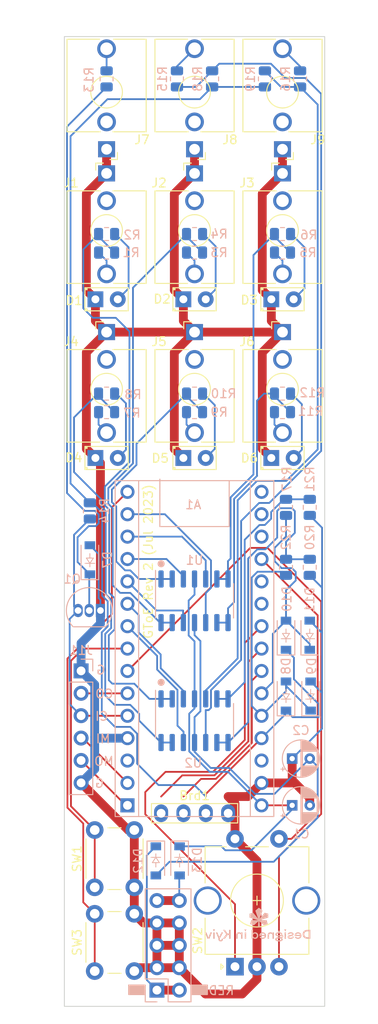
<source format=kicad_pcb>
(kicad_pcb (version 20211014) (generator pcbnew)

  (general
    (thickness 1.6)
  )

  (paper "A4")
  (layers
    (0 "F.Cu" signal)
    (31 "B.Cu" signal)
    (32 "B.Adhes" user "B.Adhesive")
    (33 "F.Adhes" user "F.Adhesive")
    (34 "B.Paste" user)
    (35 "F.Paste" user)
    (36 "B.SilkS" user "B.Silkscreen")
    (37 "F.SilkS" user "F.Silkscreen")
    (38 "B.Mask" user)
    (39 "F.Mask" user)
    (40 "Dwgs.User" user "User.Drawings")
    (41 "Cmts.User" user "User.Comments")
    (42 "Eco1.User" user "User.Eco1")
    (43 "Eco2.User" user "User.Eco2")
    (44 "Edge.Cuts" user)
    (45 "Margin" user)
    (46 "B.CrtYd" user "B.Courtyard")
    (47 "F.CrtYd" user "F.Courtyard")
    (48 "B.Fab" user)
    (49 "F.Fab" user)
    (50 "User.1" user)
    (51 "User.2" user)
    (52 "User.3" user)
    (53 "User.4" user)
    (54 "User.5" user)
    (55 "User.6" user)
    (56 "User.7" user)
    (57 "User.8" user)
    (58 "User.9" user)
  )

  (setup
    (stackup
      (layer "F.SilkS" (type "Top Silk Screen"))
      (layer "F.Paste" (type "Top Solder Paste"))
      (layer "F.Mask" (type "Top Solder Mask") (thickness 0.01))
      (layer "F.Cu" (type "copper") (thickness 0.035))
      (layer "dielectric 1" (type "core") (thickness 1.51) (material "FR4") (epsilon_r 4.5) (loss_tangent 0.02))
      (layer "B.Cu" (type "copper") (thickness 0.035))
      (layer "B.Mask" (type "Bottom Solder Mask") (thickness 0.01))
      (layer "B.Paste" (type "Bottom Solder Paste"))
      (layer "B.SilkS" (type "Bottom Silk Screen"))
      (copper_finish "None")
      (dielectric_constraints no)
    )
    (pad_to_mask_clearance 0)
    (aux_axis_origin 100 40)
    (pcbplotparams
      (layerselection 0x00010f0_ffffffff)
      (disableapertmacros false)
      (usegerberextensions false)
      (usegerberattributes true)
      (usegerberadvancedattributes true)
      (creategerberjobfile true)
      (svguseinch false)
      (svgprecision 6)
      (excludeedgelayer true)
      (plotframeref false)
      (viasonmask false)
      (mode 1)
      (useauxorigin false)
      (hpglpennumber 1)
      (hpglpenspeed 20)
      (hpglpendiameter 15.000000)
      (dxfpolygonmode true)
      (dxfimperialunits true)
      (dxfusepcbnewfont true)
      (psnegative false)
      (psa4output false)
      (plotreference true)
      (plotvalue true)
      (plotinvisibletext false)
      (sketchpadsonfab false)
      (subtractmaskfromsilk false)
      (outputformat 1)
      (mirror false)
      (drillshape 0)
      (scaleselection 1)
      (outputdirectory "Gerbers/")
    )
  )

  (net 0 "")
  (net 1 "Serial Out")
  (net 2 "Serial In")
  (net 3 "unconnected-(A1-Pad3)")
  (net 4 "GND")
  (net 5 "DIGITAL INPUT")
  (net 6 "ENC_D2")
  (net 7 "ENC_D1")
  (net 8 "Channel 1")
  (net 9 "Channel 3")
  (net 10 "Channel 4")
  (net 11 "Channel 6")
  (net 12 "START STOP BTN")
  (net 13 "SHIFT BTN")
  (net 14 "24ppqn OUT")
  (net 15 "unconnected-(A1-Pad17)")
  (net 16 "unconnected-(A1-Pad18)")
  (net 17 "unconnected-(A1-Pad20)")
  (net 18 "unconnected-(A1-Pad21)")
  (net 19 "ENC_BTN")
  (net 20 "I2C SDA")
  (net 21 "I2C SCL")
  (net 22 "+5V")
  (net 23 "unconnected-(A1-Pad28)")
  (net 24 "+12V")
  (net 25 "Net-(D1-Pad2)")
  (net 26 "Net-(D2-Pad2)")
  (net 27 "Net-(D3-Pad2)")
  (net 28 "Net-(D4-Pad2)")
  (net 29 "Net-(D5-Pad2)")
  (net 30 "Net-(D6-Pad2)")
  (net 31 "Net-(D7-Pad1)")
  (net 32 "Net-(J1-PadT)")
  (net 33 "unconnected-(J1-PadTN)")
  (net 34 "Net-(J2-PadT)")
  (net 35 "unconnected-(J2-PadTN)")
  (net 36 "Net-(J3-PadT)")
  (net 37 "unconnected-(J3-PadTN)")
  (net 38 "Net-(J4-PadT)")
  (net 39 "unconnected-(J4-PadTN)")
  (net 40 "Net-(J5-PadT)")
  (net 41 "unconnected-(J5-PadTN)")
  (net 42 "Net-(J6-PadT)")
  (net 43 "unconnected-(J6-PadTN)")
  (net 44 "Net-(J7-PadT)")
  (net 45 "unconnected-(J7-PadTN)")
  (net 46 "Net-(J8-PadT)")
  (net 47 "unconnected-(J8-PadTN)")
  (net 48 "Net-(J9-PadT)")
  (net 49 "unconnected-(J9-PadTN)")
  (net 50 "CV2 INPUT")
  (net 51 "-12V")
  (net 52 "CV1 INPUT")
  (net 53 "unconnected-(A1-Pad16)")
  (net 54 "Net-(D12-Pad1)")
  (net 55 "Net-(D13-Pad2)")
  (net 56 "Net-(R1-Pad1)")
  (net 57 "Net-(R3-Pad1)")
  (net 58 "Net-(R5-Pad1)")
  (net 59 "Net-(R7-Pad1)")
  (net 60 "Net-(R10-Pad2)")
  (net 61 "Net-(R11-Pad1)")
  (net 62 "Net-(R17-Pad2)")
  (net 63 "Net-(R15-Pad2)")
  (net 64 "Net-(R16-Pad2)")
  (net 65 "Net-(R20-Pad1)")
  (net 66 "Channel 2")
  (net 67 "Channel 5")

  (footprint "gtoe:thonkiconn" (layer "F.Cu") (at 124.8 46.3 180))

  (footprint "gtoe:button" (layer "F.Cu") (at 105.7 142.75 90))

  (footprint "gtoe:FlatTopLed" (layer "F.Cu") (at 114.8 87.8))

  (footprint "gtoe:thonkiconn" (layer "F.Cu") (at 114.8 62))

  (footprint "gtoe:I2C SSD1306" (layer "F.Cu") (at 114.8 115.6 180))

  (footprint "gtoe:thonkiconn" (layer "F.Cu") (at 114.8 80))

  (footprint "gtoe:FlatTopLed" (layer "F.Cu") (at 104.8 87.8))

  (footprint "gtoe:FlatTopLed" (layer "F.Cu") (at 124.8 69.8))

  (footprint "gtoe:thonkiconn" (layer "F.Cu") (at 124.8 62))

  (footprint "gtoe:FlatTopLed" (layer "F.Cu") (at 114.8 69.8))

  (footprint "gtoe:SwitchEncoder" (layer "F.Cu") (at 121.9 138 90))

  (footprint "gtoe:thonkiconn" (layer "F.Cu") (at 114.8 46.3 180))

  (footprint "gtoe:thonkiconn" (layer "F.Cu") (at 124.8 80))

  (footprint "gtoe:thonkiconn" (layer "F.Cu") (at 104.8 62))

  (footprint "gtoe:FlatTopLed" (layer "F.Cu") (at 124.8 87.8))

  (footprint "gtoe:FlatTopLed" (layer "F.Cu") (at 104.8 69.8))

  (footprint "gtoe:thonkiconn" (layer "F.Cu") (at 104.8 80))

  (footprint "gtoe:thonkiconn" (layer "F.Cu") (at 104.8 46.3 180))

  (footprint "gtoe:button" (layer "F.Cu") (at 105.7 133.25 90))

  (footprint "Diode_SMD:D_SOD-123" (layer "B.Cu") (at 113.1 133.5 -90))

  (footprint "Resistor_SMD:R_0805_2012Metric" (layer "B.Cu") (at 122.8 44.8 -90))

  (footprint "Capacitor_THT:CP_Radial_D4.0mm_P2.00mm" (layer "B.Cu") (at 125.9 127.2))

  (footprint "Diode_SMD:D_SOD-123" (layer "B.Cu") (at 128 114.8 90))

  (footprint "Diode_SMD:D_SOD-123" (layer "B.Cu") (at 127.9 107.9 90))

  (footprint "Resistor_SMD:R_0805_2012Metric" (layer "B.Cu") (at 114.8 82.6 180))

  (footprint "Diode_SMD:D_SOD-123" (layer "B.Cu") (at 110.4 133.5 -90))

  (footprint "Resistor_SMD:R_0805_2012Metric" (layer "B.Cu") (at 114.8 64.5 180))

  (footprint "Package_SO:SO-14_3.9x8.65mm_P1.27mm" (layer "B.Cu") (at 114.8 117.6 -90))

  (footprint "gtoe:Arduino_Nano (adjusted courtyard)" (layer "B.Cu") (at 114.8 112))

  (footprint "Resistor_SMD:R_0805_2012Metric" (layer "B.Cu") (at 104.8 44.8 -90))

  (footprint "Resistor_SMD:R_0805_2012Metric" (layer "B.Cu") (at 104.8 82.6 180))

  (footprint "Resistor_SMD:R_0805_2012Metric" (layer "B.Cu") (at 124.8 80.5 180))

  (footprint "Resistor_SMD:R_0805_2012Metric" (layer "B.Cu") (at 114.8 80.5 180))

  (footprint "Resistor_SMD:R_0805_2012Metric" (layer "B.Cu") (at 102.9 93.8 90))

  (footprint "Resistor_SMD:R_0805_2012Metric" (layer "B.Cu") (at 125.2 100.2 90))

  (footprint "Resistor_SMD:R_0805_2012Metric" (layer "B.Cu") (at 116.8 44.8 -90))

  (footprint "Connector_PinHeader_2.54mm:PinHeader_1x06_P2.54mm_Vertical" (layer "B.Cu") (at 101.9 111.95 180))

  (footprint "Resistor_SMD:R_0805_2012Metric" (layer "B.Cu") (at 104.8 62.4 180))

  (footprint "Resistor_SMD:R_0805_2012Metric" (layer "B.Cu") (at 124.8 64.5 180))

  (footprint "Resistor_SMD:R_0805_2012Metric" (layer "B.Cu") (at 124.8 82.6 180))

  (footprint "Resistor_SMD:R_0805_2012Metric" (layer "B.Cu") (at 127.9 100.2 -90))

  (footprint "Capacitor_THT:CP_Radial_D4.0mm_P2.00mm" (layer "B.Cu")
    (tedit 5AE50EF0) (tstamp 92d2b063-112e-4f9c-9bb4-b431b473765a)
    (at 125.9 121.9)
    (descr "CP, Radial series, Radial, pin pitch=2.00mm, , diameter=4mm, Electrolytic Capacitor")
    (tags "CP Radial series Radial pin pitch 2.00mm  diameter 4mm Electrolytic Capacitor")
    (property "Sheetfile" "gtoe.kicad_sch")
    (property "Sheetname" "")
    (path "/87c70d75-b506-468f-8e8e-9bbc54fba500")
    (attr through_hole)
    (fp_text reference "C2" (at 1 -3.2) (layer "B.SilkS")
      (effects (font (size 1 1) (thickness 0.15)) (justify mirror))
      (tstamp dc54d08b-e603-4f3e-b50b-783645b2664c)
    )
    (fp_text value "10uF" (at 1 -3.25) (layer "B.Fab")
      (effects (font (size 1 1) (thickness 0.15)) (justify mirror))
      (tstamp e1ac3c69-be49-4a9c-9389-7c357cf25214)
    )
    (fp_text user "${REFERENCE}" (at 1 0) (layer "B.Fab")
      (effects (font (size 0.8 0.8) (thickness 0.12)) (justify mirror))
      (tstamp db2c95dc-a7ee-4f40-8dfd-74d9caf2e1af)
    )
    (fp_line (start 1.841 1.907) (end 1.841 0.84) (layer "B.SilkS") (width 0.12) (tstamp 001241f2-19e4-4175-a4fb-6c9fbc166f7e))
    (fp_line (start 1.721 1.954) (end 1.721 0.84) (layer "B.SilkS") (width 0.12) (tstamp 0965e432-ff66-41c9-b521-40e33cfa3e7c))
    (fp_line (start 2.521 -0.84) (end 2.521 -1.438) (layer "B.SilkS") (width 0.12) (tstamp 0a3b4109-42d6-4af2-bc6d-fca35363395f))
    (fp_line (start 1.2 2.071) (end 1.2 0.84) (layer "B.SilkS") (width 0.12) (tstamp 0af6b790-08b6-490f-b1d8-c7c5381217f4))
    (fp_line (start 1.841 -0.84) (end 1.841 -1.907) (layer "B.SilkS") (width 0.12) (tstamp 0e1204b9-6991-4231-8620-de0b9c29d9cd))
    (fp_line (start 2.161 -0.84) (end 2.161 -1.735) (layer "B.SilkS") (width 0.12) (tstamp 0fdfe7d9-2fe1-42e4-a5b9-034ba5ff7d47))
    (fp_line (start 1.4 2.042) (end 1.4 0.84) (layer "B.SilkS") (width 0.12) (tstamp 11bfd39d-2884-4c8c-84d6-684ed73f9168))
    (fp_line (start 1.68 -0.84) (end 1.68 -1.968) (layer "B.SilkS") (width 0.12) (tstamp 13397254-d61a-4147-87fb-c6828248d5ba))
    (fp_line (start 1.6 1.994) (end 1.6 0.84) (layer "B.SilkS") (width 0.12) (tstamp 16b27dac-9cc6-4d22-a269-c9760c193f15))
    (fp_line (start 2.241 1.68) (end 2.241 0.84) (layer "B.SilkS") (width 0.12) (tstamp 17cd7caa-5458-43ab-8335-846c939e1ba5))
    (fp_line (start 1.12 2.077) (end 1.12 -2.077) (layer "B.SilkS") (width 0.12) (tstamp 18dfd2fb-092c-4412-96c9-be93ae0aef15))
    (fp_line (start 1.04 2.08) (end 1.04 -2.08) (layer "B.SilkS") (width 0.12) (tstamp 18ee8269-d8c5-47da-bf49-377e33b08149))
    (fp_line (start 2.441 -0.84) (end 2.441 -1.516) (layer "B.SilkS") (width 0.12) (tstamp 19178823-95c7-434d-8879-824b04683058))
    (fp_line (start 1.36 -0.84) (end 1.36 -2.05) (layer "B.SilkS") (width 0.12) (tstamp 1ffe666d-fff3-4ed1-9f09-5cd80a608ffc))
    (fp_line (start 2.321 -0.84) (end 2.321 -1.619) (layer "B.SilkS") (width 0.12) (tstamp 202fe87f-af58-4146-b9bd-6cb4f077cdf3))
    (fp_line (start -1.069801 1.395) (end -1.069801 0.995) (layer "B.SilkS") (width 0.12) (tstamp 24863ca5-ae97-473f-b04c-fcb4630284cd))
    (fp_line (start 1.881 -0.84) (end 1.881 -1.889) (layer "B.SilkS") (width 0.12) (tstamp 267603b6-60c8-4ece-ad02-c8fad8490639))
    (fp_line (start 2.601 1.351) (end 2.601 0.84) (layer "B.SilkS") (width 0.12) (tstamp 2989862e-5f79-4aa9-8693-da59ee952045))
    (fp_line (start 1.44 2.034) (end 1.44 0.84) (layer "B.SilkS") (width 0.12) (tstamp 2c0791ea-51cf-488c-a444-893f214693a2))
    (fp_line (start 2.041 1.808) (end 2.041 0.84) (layer "B.SilkS") (width 0.12) (tstamp 322af50b-cf4b-4fd5-9870-8446bd760035))
    (fp_line (start 2.281 -0.84) (end 2.281 -1.65) (layer "B.SilkS") (width 0.12) (tstamp 33fa8e12-cb97-4d5b-9fff-25722016799e))
    (fp_line (start 2.801 1.08) (end 2.801 0.84) (layer "B.SilkS") (width 0.12) (tstamp 3506a90c-fe32-4bb0-a792-96fd1b319551))
    (fp_line (start 2.041 -0.84) (end 2.041 -1.808) (layer "B.SilkS") (width 0.12) (tstamp 38911cb9-a508-4476-aaf2-83ee2e910ac5))
    (fp_line (start 2.641 -0.84) (end 2.641 -1.304) (layer "B.SilkS") (width 0.12) (tstamp 3b70e20f-0db8-4aec-8275-28eeb05a7854))
    (fp_line (start 1.28 2.062) (end 1.28 0.84) (layer "B.SilkS") (width 0.12) (tstamp 4124bec1-8807-4ca3-a72c-6e15b569bd95))
    (fp_line (start 1.64 -0.84) (end 1.64 -1.982) (layer "B.SilkS") (width 0.12) (tstamp 41357696-82dc-402a-9a04-7052d38a36d5))
    (fp_line (start 2.081 1.785) (end 2.081 0.84) (layer "B.SilkS") (width 0.12) (tstamp 48bceacb-bc04-4eb9-a63c-6f896186b75a))
    (fp_line (start 2.401 -0.84) (end 2.401 -1.552) (layer "B.SilkS") (width 0.12) (tstamp 51a7610a-6aba-4f31-8bfa-cbfa7c925c6c))
    (fp_line (start 2.361 1.587) (end 2.361 0.84) (layer "B.SilkS") (width 0.12) (tstamp 524f8ec4-3cbf-4c2b-b96c-5022da9167bc))
    (fp_line (start 1.24 2.067) (end 1.24 0.84) (layer "B.SilkS") (width 0.12) (tstamp 53b2b101-e409-4637-92cc-e2f24b8b1aad))
    (fp_line (start 2.001 1.83) (end 2.001 0.84) (layer "B.SilkS") (width 0.12) (tstamp 5488e5c2-37dc-49bc-9432-71cedb2851c3))
    (fp_line (start 2.281 1.65) (end 2.281 0.84) (layer "B.SilkS") (width 0.12) (tstamp 55a85213-df35-4d43-bf81-94e47cef6dad))
    (fp_line (start 1.64 1.982) (end 1.64 0.84) (layer "B.SilkS") (width 0.12) (tstamp 56cd711d-35db-463d-9254-2f67aa5f5634))
    (fp_line (start 1.52 2.016) (end 1.52 0.84) (layer "B.SilkS") (width 0.12) (tstamp 59eddaef-938c-463e-8eb6-28623d37009d))
    (fp_line (start 1.801 1.924) (end 1.801 0.84) (layer "B.SilkS") (width 0.12) (tstamp 5e2f85b3-e82a-4c96-87c7-077a55a77524))
    (fp_line (start 2.601 -0.84) (end 2.601 -1.351) (layer "B.SilkS") (width 0.12) (tstamp 65b677fb-0466-4c17-8cea-4f3a7161fed6))
    (fp_line (start 2.361 -0.84) (end 2.361 -1.587) (layer "B.SilkS") (width 0.12) (tstamp 6b735b9b-d839-4c00-b02b-461b9c764900))
    (fp_line (start 2.201 1.708) (end 2.201 0.84) (layer "B.SilkS") (width 0.12) (tstamp 6d4f4b62-0f4f-49e6-8199-530dd2cf422b))
    (fp_line (start 1.16 2.074) (end 1.16 -2.074) (layer "B.SilkS") (width 0.12) (tstamp 70b7e1dd-a15c-435b-8b7d-3e0394479d97))
    (fp_
... [234589 chars truncated]
</source>
